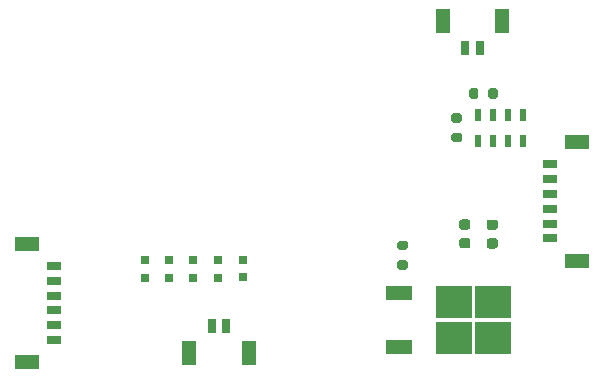
<source format=gtp>
%TF.GenerationSoftware,KiCad,Pcbnew,(5.1.10)-1*%
%TF.CreationDate,2021-11-25T14:16:16+01:00*%
%TF.ProjectId,EXTENSION_BOARD,45585445-4e53-4494-9f4e-5f424f415244,rev?*%
%TF.SameCoordinates,Original*%
%TF.FileFunction,Paste,Top*%
%TF.FilePolarity,Positive*%
%FSLAX46Y46*%
G04 Gerber Fmt 4.6, Leading zero omitted, Abs format (unit mm)*
G04 Created by KiCad (PCBNEW (5.1.10)-1) date 2021-11-25 14:16:16*
%MOMM*%
%LPD*%
G01*
G04 APERTURE LIST*
%ADD10R,0.800000X0.800000*%
%ADD11R,0.600000X1.100000*%
%ADD12R,0.800000X1.200000*%
%ADD13R,1.300000X2.150000*%
%ADD14R,1.200000X0.800000*%
%ADD15R,2.150000X1.300000*%
%ADD16R,2.200000X1.200000*%
%ADD17R,3.050000X2.750000*%
G04 APERTURE END LIST*
D10*
%TO.C,D1*%
X101638100Y-100144580D03*
X101638100Y-101644580D03*
%TD*%
%TO.C,D2*%
X103657400Y-101642040D03*
X103657400Y-100142040D03*
%TD*%
%TO.C,D3*%
X105735120Y-100142040D03*
X105735120Y-101642040D03*
%TD*%
%TO.C,D4*%
X107805220Y-101647120D03*
X107805220Y-100147120D03*
%TD*%
%TO.C,D5*%
X109951520Y-100136960D03*
X109951520Y-101636960D03*
%TD*%
D11*
%TO.C,IC2*%
X129884960Y-90050800D03*
X131134960Y-90050800D03*
X132384960Y-90050800D03*
X133634960Y-90050800D03*
X133634960Y-87850800D03*
X132384960Y-87850800D03*
X131134960Y-87850800D03*
X129884960Y-87850800D03*
%TD*%
D12*
%TO.C,J3*%
X130012360Y-82236420D03*
X128762360Y-82236420D03*
D13*
X126862360Y-79941420D03*
X131912360Y-79941420D03*
%TD*%
D12*
%TO.C,J2*%
X107306980Y-105726120D03*
X108556980Y-105726120D03*
D13*
X110456980Y-108021120D03*
X105406980Y-108021120D03*
%TD*%
D14*
%TO.C,J1*%
X93976300Y-106917900D03*
X93976300Y-105667900D03*
X93976300Y-104417900D03*
X93976300Y-103167900D03*
X93976300Y-101917900D03*
X93976300Y-100667900D03*
D15*
X91681300Y-108817900D03*
X91681300Y-98767900D03*
%TD*%
%TO.C,R2*%
G36*
G01*
X127779100Y-87736460D02*
X128329100Y-87736460D01*
G75*
G02*
X128529100Y-87936460I0J-200000D01*
G01*
X128529100Y-88336460D01*
G75*
G02*
X128329100Y-88536460I-200000J0D01*
G01*
X127779100Y-88536460D01*
G75*
G02*
X127579100Y-88336460I0J200000D01*
G01*
X127579100Y-87936460D01*
G75*
G02*
X127779100Y-87736460I200000J0D01*
G01*
G37*
G36*
G01*
X127779100Y-89386460D02*
X128329100Y-89386460D01*
G75*
G02*
X128529100Y-89586460I0J-200000D01*
G01*
X128529100Y-89986460D01*
G75*
G02*
X128329100Y-90186460I-200000J0D01*
G01*
X127779100Y-90186460D01*
G75*
G02*
X127579100Y-89986460I0J200000D01*
G01*
X127579100Y-89586460D01*
G75*
G02*
X127779100Y-89386460I200000J0D01*
G01*
G37*
%TD*%
%TO.C,R3*%
G36*
G01*
X129895280Y-85790360D02*
X129895280Y-86340360D01*
G75*
G02*
X129695280Y-86540360I-200000J0D01*
G01*
X129295280Y-86540360D01*
G75*
G02*
X129095280Y-86340360I0J200000D01*
G01*
X129095280Y-85790360D01*
G75*
G02*
X129295280Y-85590360I200000J0D01*
G01*
X129695280Y-85590360D01*
G75*
G02*
X129895280Y-85790360I0J-200000D01*
G01*
G37*
G36*
G01*
X131545280Y-85790360D02*
X131545280Y-86340360D01*
G75*
G02*
X131345280Y-86540360I-200000J0D01*
G01*
X130945280Y-86540360D01*
G75*
G02*
X130745280Y-86340360I0J200000D01*
G01*
X130745280Y-85790360D01*
G75*
G02*
X130945280Y-85590360I200000J0D01*
G01*
X131345280Y-85590360D01*
G75*
G02*
X131545280Y-85790360I0J-200000D01*
G01*
G37*
%TD*%
%TO.C,D6*%
G36*
G01*
X130810290Y-96737820D02*
X131322790Y-96737820D01*
G75*
G02*
X131541540Y-96956570I0J-218750D01*
G01*
X131541540Y-97394070D01*
G75*
G02*
X131322790Y-97612820I-218750J0D01*
G01*
X130810290Y-97612820D01*
G75*
G02*
X130591540Y-97394070I0J218750D01*
G01*
X130591540Y-96956570D01*
G75*
G02*
X130810290Y-96737820I218750J0D01*
G01*
G37*
G36*
G01*
X130810290Y-98312820D02*
X131322790Y-98312820D01*
G75*
G02*
X131541540Y-98531570I0J-218750D01*
G01*
X131541540Y-98969070D01*
G75*
G02*
X131322790Y-99187820I-218750J0D01*
G01*
X130810290Y-99187820D01*
G75*
G02*
X130591540Y-98969070I0J218750D01*
G01*
X130591540Y-98531570D01*
G75*
G02*
X130810290Y-98312820I218750J0D01*
G01*
G37*
%TD*%
%TO.C,D7*%
G36*
G01*
X128488730Y-98295040D02*
X129001230Y-98295040D01*
G75*
G02*
X129219980Y-98513790I0J-218750D01*
G01*
X129219980Y-98951290D01*
G75*
G02*
X129001230Y-99170040I-218750J0D01*
G01*
X128488730Y-99170040D01*
G75*
G02*
X128269980Y-98951290I0J218750D01*
G01*
X128269980Y-98513790D01*
G75*
G02*
X128488730Y-98295040I218750J0D01*
G01*
G37*
G36*
G01*
X128488730Y-96720040D02*
X129001230Y-96720040D01*
G75*
G02*
X129219980Y-96938790I0J-218750D01*
G01*
X129219980Y-97376290D01*
G75*
G02*
X129001230Y-97595040I-218750J0D01*
G01*
X128488730Y-97595040D01*
G75*
G02*
X128269980Y-97376290I0J218750D01*
G01*
X128269980Y-96938790D01*
G75*
G02*
X128488730Y-96720040I218750J0D01*
G01*
G37*
%TD*%
%TO.C,R5*%
G36*
G01*
X123757100Y-100962680D02*
X123207100Y-100962680D01*
G75*
G02*
X123007100Y-100762680I0J200000D01*
G01*
X123007100Y-100362680D01*
G75*
G02*
X123207100Y-100162680I200000J0D01*
G01*
X123757100Y-100162680D01*
G75*
G02*
X123957100Y-100362680I0J-200000D01*
G01*
X123957100Y-100762680D01*
G75*
G02*
X123757100Y-100962680I-200000J0D01*
G01*
G37*
G36*
G01*
X123757100Y-99312680D02*
X123207100Y-99312680D01*
G75*
G02*
X123007100Y-99112680I0J200000D01*
G01*
X123007100Y-98712680D01*
G75*
G02*
X123207100Y-98512680I200000J0D01*
G01*
X123757100Y-98512680D01*
G75*
G02*
X123957100Y-98712680I0J-200000D01*
G01*
X123957100Y-99112680D01*
G75*
G02*
X123757100Y-99312680I-200000J0D01*
G01*
G37*
%TD*%
D16*
%TO.C,U3*%
X123181580Y-102944580D03*
X123181580Y-107504580D03*
D17*
X131156580Y-106749580D03*
X127806580Y-103699580D03*
X131156580Y-103699580D03*
X127806580Y-106749580D03*
%TD*%
D14*
%TO.C,J5*%
X135979100Y-92071660D03*
X135979100Y-93321660D03*
X135979100Y-94571660D03*
X135979100Y-95821660D03*
X135979100Y-97071660D03*
X135979100Y-98321660D03*
D15*
X138274100Y-90171660D03*
X138274100Y-100221660D03*
%TD*%
M02*

</source>
